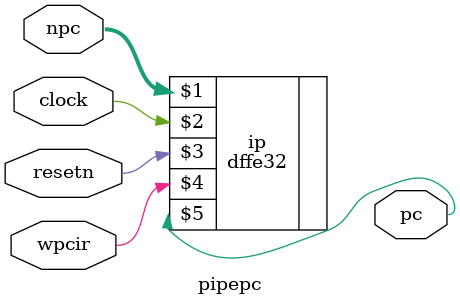
<source format=v>
module pipepc ( npc,wpcir,clock,resetn,pc );
//程序计数器模块，是最前面一级IF流水段的输入。
	input [31:0] npc;
	input wpcir,clock,resetn;
	output pc;
	dffe32 ip (npc,clock,resetn,wpcir,pc);  // define a D-register for PC
endmodule
</source>
